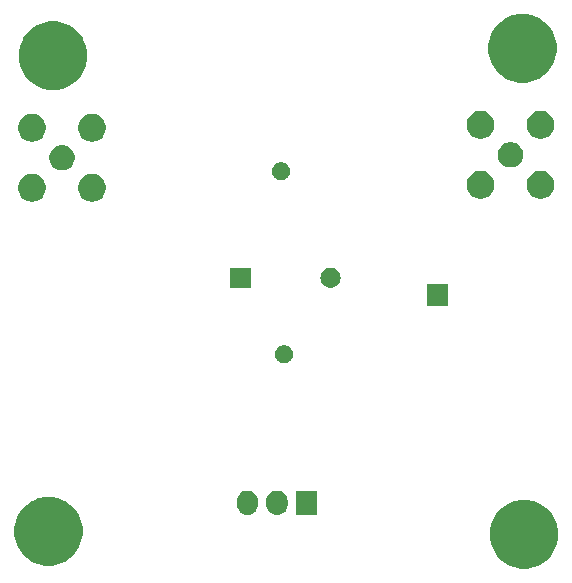
<source format=gbr>
G04 #@! TF.GenerationSoftware,KiCad,Pcbnew,(5.1.2)-2*
G04 #@! TF.CreationDate,2019-07-11T10:47:11+08:00*
G04 #@! TF.ProjectId,HMC346AMS8GE,484d4333-3436-4414-9d53-3847452e6b69,rev?*
G04 #@! TF.SameCoordinates,Original*
G04 #@! TF.FileFunction,Soldermask,Bot*
G04 #@! TF.FilePolarity,Negative*
%FSLAX46Y46*%
G04 Gerber Fmt 4.6, Leading zero omitted, Abs format (unit mm)*
G04 Created by KiCad (PCBNEW (5.1.2)-2) date 2019-07-11 10:47:11*
%MOMM*%
%LPD*%
G04 APERTURE LIST*
%ADD10C,0.100000*%
G04 APERTURE END LIST*
D10*
G36*
X164676189Y-116209483D02*
G01*
X164676192Y-116209484D01*
X164676191Y-116209484D01*
X165204139Y-116428167D01*
X165679280Y-116745646D01*
X166083354Y-117149720D01*
X166400833Y-117624861D01*
X166400834Y-117624863D01*
X166619517Y-118152811D01*
X166731000Y-118713275D01*
X166731000Y-119284725D01*
X166619517Y-119845189D01*
X166619516Y-119845191D01*
X166400833Y-120373139D01*
X166083354Y-120848280D01*
X165679280Y-121252354D01*
X165204139Y-121569833D01*
X165204138Y-121569834D01*
X165204137Y-121569834D01*
X164676189Y-121788517D01*
X164115725Y-121900000D01*
X163544275Y-121900000D01*
X162983811Y-121788517D01*
X162455863Y-121569834D01*
X162455862Y-121569834D01*
X162455861Y-121569833D01*
X161980720Y-121252354D01*
X161576646Y-120848280D01*
X161259167Y-120373139D01*
X161040484Y-119845191D01*
X161040483Y-119845189D01*
X160929000Y-119284725D01*
X160929000Y-118713275D01*
X161040483Y-118152811D01*
X161259166Y-117624863D01*
X161259167Y-117624861D01*
X161576646Y-117149720D01*
X161980720Y-116745646D01*
X162455861Y-116428167D01*
X162983809Y-116209484D01*
X162983808Y-116209484D01*
X162983811Y-116209483D01*
X163544275Y-116098000D01*
X164115725Y-116098000D01*
X164676189Y-116209483D01*
X164676189Y-116209483D01*
G37*
G36*
X124417189Y-115955483D02*
G01*
X124917557Y-116162742D01*
X124945139Y-116174167D01*
X125420280Y-116491646D01*
X125824354Y-116895720D01*
X126136152Y-117362359D01*
X126141834Y-117370863D01*
X126360517Y-117898811D01*
X126472000Y-118459275D01*
X126472000Y-119030725D01*
X126360517Y-119591189D01*
X126360516Y-119591191D01*
X126141833Y-120119139D01*
X125824354Y-120594280D01*
X125420280Y-120998354D01*
X124945139Y-121315833D01*
X124945138Y-121315834D01*
X124945137Y-121315834D01*
X124417189Y-121534517D01*
X123856725Y-121646000D01*
X123285275Y-121646000D01*
X122724811Y-121534517D01*
X122196863Y-121315834D01*
X122196862Y-121315834D01*
X122196861Y-121315833D01*
X121721720Y-120998354D01*
X121317646Y-120594280D01*
X121000167Y-120119139D01*
X120781484Y-119591191D01*
X120781483Y-119591189D01*
X120670000Y-119030725D01*
X120670000Y-118459275D01*
X120781483Y-117898811D01*
X121000166Y-117370863D01*
X121005848Y-117362359D01*
X121317646Y-116895720D01*
X121721720Y-116491646D01*
X122196861Y-116174167D01*
X122224443Y-116162742D01*
X122724811Y-115955483D01*
X123285275Y-115844000D01*
X123856725Y-115844000D01*
X124417189Y-115955483D01*
X124417189Y-115955483D01*
G37*
G36*
X140591627Y-115319037D02*
G01*
X140761466Y-115370557D01*
X140917991Y-115454222D01*
X140953729Y-115483552D01*
X141055186Y-115566814D01*
X141138448Y-115668271D01*
X141167778Y-115704009D01*
X141251443Y-115860534D01*
X141302963Y-116030374D01*
X141316000Y-116162743D01*
X141316000Y-116501258D01*
X141302963Y-116633627D01*
X141251443Y-116803466D01*
X141167778Y-116959991D01*
X141138448Y-116995729D01*
X141055186Y-117097186D01*
X140917989Y-117209779D01*
X140761467Y-117293442D01*
X140761465Y-117293443D01*
X140591626Y-117344963D01*
X140415000Y-117362359D01*
X140238373Y-117344963D01*
X140068534Y-117293443D01*
X139912009Y-117209778D01*
X139869750Y-117175097D01*
X139774814Y-117097186D01*
X139662221Y-116959989D01*
X139578558Y-116803467D01*
X139561018Y-116745646D01*
X139527037Y-116633626D01*
X139514000Y-116501257D01*
X139514000Y-116162742D01*
X139527037Y-116030373D01*
X139578557Y-115860534D01*
X139662222Y-115704009D01*
X139774815Y-115566815D01*
X139912010Y-115454222D01*
X140068535Y-115370557D01*
X140238374Y-115319037D01*
X140415000Y-115301641D01*
X140591627Y-115319037D01*
X140591627Y-115319037D01*
G37*
G36*
X143091627Y-115319037D02*
G01*
X143261466Y-115370557D01*
X143417991Y-115454222D01*
X143453729Y-115483552D01*
X143555186Y-115566814D01*
X143638448Y-115668271D01*
X143667778Y-115704009D01*
X143751443Y-115860534D01*
X143802963Y-116030374D01*
X143816000Y-116162743D01*
X143816000Y-116501258D01*
X143802963Y-116633627D01*
X143751443Y-116803466D01*
X143667778Y-116959991D01*
X143638448Y-116995729D01*
X143555186Y-117097186D01*
X143417989Y-117209779D01*
X143261467Y-117293442D01*
X143261465Y-117293443D01*
X143091626Y-117344963D01*
X142915000Y-117362359D01*
X142738373Y-117344963D01*
X142568534Y-117293443D01*
X142412009Y-117209778D01*
X142369750Y-117175097D01*
X142274814Y-117097186D01*
X142162221Y-116959989D01*
X142078558Y-116803467D01*
X142061018Y-116745646D01*
X142027037Y-116633626D01*
X142014000Y-116501257D01*
X142014000Y-116162742D01*
X142027037Y-116030373D01*
X142078557Y-115860534D01*
X142162222Y-115704009D01*
X142274815Y-115566815D01*
X142412010Y-115454222D01*
X142568535Y-115370557D01*
X142738374Y-115319037D01*
X142915000Y-115301641D01*
X143091627Y-115319037D01*
X143091627Y-115319037D01*
G37*
G36*
X146173600Y-115309989D02*
G01*
X146206652Y-115320015D01*
X146237103Y-115336292D01*
X146263799Y-115358201D01*
X146285708Y-115384897D01*
X146301985Y-115415348D01*
X146312011Y-115448400D01*
X146316000Y-115488903D01*
X146316000Y-117175097D01*
X146312011Y-117215600D01*
X146301985Y-117248652D01*
X146285708Y-117279103D01*
X146263799Y-117305799D01*
X146237103Y-117327708D01*
X146206652Y-117343985D01*
X146173600Y-117354011D01*
X146133097Y-117358000D01*
X144696903Y-117358000D01*
X144656400Y-117354011D01*
X144623348Y-117343985D01*
X144592897Y-117327708D01*
X144566201Y-117305799D01*
X144544292Y-117279103D01*
X144528015Y-117248652D01*
X144517989Y-117215600D01*
X144514000Y-117175097D01*
X144514000Y-115488903D01*
X144517989Y-115448400D01*
X144528015Y-115415348D01*
X144544292Y-115384897D01*
X144566201Y-115358201D01*
X144592897Y-115336292D01*
X144623348Y-115320015D01*
X144656400Y-115309989D01*
X144696903Y-115306000D01*
X146133097Y-115306000D01*
X146173600Y-115309989D01*
X146173600Y-115309989D01*
G37*
G36*
X143729059Y-103036860D02*
G01*
X143865732Y-103093472D01*
X143988735Y-103175660D01*
X144093340Y-103280265D01*
X144175528Y-103403268D01*
X144232140Y-103539941D01*
X144261000Y-103685033D01*
X144261000Y-103832967D01*
X144232140Y-103978059D01*
X144175528Y-104114732D01*
X144093340Y-104237735D01*
X143988735Y-104342340D01*
X143865732Y-104424528D01*
X143865731Y-104424529D01*
X143865730Y-104424529D01*
X143729059Y-104481140D01*
X143583968Y-104510000D01*
X143436032Y-104510000D01*
X143290941Y-104481140D01*
X143154270Y-104424529D01*
X143154269Y-104424529D01*
X143154268Y-104424528D01*
X143031265Y-104342340D01*
X142926660Y-104237735D01*
X142844472Y-104114732D01*
X142787860Y-103978059D01*
X142759000Y-103832967D01*
X142759000Y-103685033D01*
X142787860Y-103539941D01*
X142844472Y-103403268D01*
X142926660Y-103280265D01*
X143031265Y-103175660D01*
X143154268Y-103093472D01*
X143290941Y-103036860D01*
X143436032Y-103008000D01*
X143583968Y-103008000D01*
X143729059Y-103036860D01*
X143729059Y-103036860D01*
G37*
G36*
X157428500Y-99643500D02*
G01*
X155626500Y-99643500D01*
X155626500Y-97841500D01*
X157428500Y-97841500D01*
X157428500Y-99643500D01*
X157428500Y-99643500D01*
G37*
G36*
X147613823Y-96443313D02*
G01*
X147774242Y-96491976D01*
X147906906Y-96562886D01*
X147922078Y-96570996D01*
X148051659Y-96677341D01*
X148158004Y-96806922D01*
X148158005Y-96806924D01*
X148237024Y-96954758D01*
X148285687Y-97115177D01*
X148302117Y-97282000D01*
X148285687Y-97448823D01*
X148237024Y-97609242D01*
X148166114Y-97741906D01*
X148158004Y-97757078D01*
X148051659Y-97886659D01*
X147922078Y-97993004D01*
X147922076Y-97993005D01*
X147774242Y-98072024D01*
X147613823Y-98120687D01*
X147488804Y-98133000D01*
X147405196Y-98133000D01*
X147280177Y-98120687D01*
X147119758Y-98072024D01*
X146971924Y-97993005D01*
X146971922Y-97993004D01*
X146842341Y-97886659D01*
X146735996Y-97757078D01*
X146727886Y-97741906D01*
X146656976Y-97609242D01*
X146608313Y-97448823D01*
X146591883Y-97282000D01*
X146608313Y-97115177D01*
X146656976Y-96954758D01*
X146735995Y-96806924D01*
X146735996Y-96806922D01*
X146842341Y-96677341D01*
X146971922Y-96570996D01*
X146987094Y-96562886D01*
X147119758Y-96491976D01*
X147280177Y-96443313D01*
X147405196Y-96431000D01*
X147488804Y-96431000D01*
X147613823Y-96443313D01*
X147613823Y-96443313D01*
G37*
G36*
X140678000Y-98133000D02*
G01*
X138976000Y-98133000D01*
X138976000Y-96431000D01*
X140678000Y-96431000D01*
X140678000Y-98133000D01*
X140678000Y-98133000D01*
G37*
G36*
X122332755Y-88494539D02*
G01*
X122517027Y-88531193D01*
X122731045Y-88619842D01*
X122788667Y-88658344D01*
X122923654Y-88748539D01*
X123087461Y-88912346D01*
X123156720Y-89016000D01*
X123216158Y-89104955D01*
X123304807Y-89318973D01*
X123350000Y-89546174D01*
X123350000Y-89777826D01*
X123304807Y-90005027D01*
X123216158Y-90219045D01*
X123216157Y-90219046D01*
X123087461Y-90411654D01*
X122923654Y-90575461D01*
X122910874Y-90584000D01*
X122731045Y-90704158D01*
X122517027Y-90792807D01*
X122365560Y-90822936D01*
X122289827Y-90838000D01*
X122058173Y-90838000D01*
X121982440Y-90822936D01*
X121830973Y-90792807D01*
X121616955Y-90704158D01*
X121437126Y-90584000D01*
X121424346Y-90575461D01*
X121260539Y-90411654D01*
X121131843Y-90219046D01*
X121131842Y-90219045D01*
X121043193Y-90005027D01*
X120998000Y-89777826D01*
X120998000Y-89546174D01*
X121043193Y-89318973D01*
X121131842Y-89104955D01*
X121191280Y-89016000D01*
X121260539Y-88912346D01*
X121424346Y-88748539D01*
X121559333Y-88658344D01*
X121616955Y-88619842D01*
X121830973Y-88531193D01*
X122015245Y-88494539D01*
X122058173Y-88486000D01*
X122289827Y-88486000D01*
X122332755Y-88494539D01*
X122332755Y-88494539D01*
G37*
G36*
X127412755Y-88494539D02*
G01*
X127597027Y-88531193D01*
X127811045Y-88619842D01*
X127868667Y-88658344D01*
X128003654Y-88748539D01*
X128167461Y-88912346D01*
X128236720Y-89016000D01*
X128296158Y-89104955D01*
X128384807Y-89318973D01*
X128430000Y-89546174D01*
X128430000Y-89777826D01*
X128384807Y-90005027D01*
X128296158Y-90219045D01*
X128296157Y-90219046D01*
X128167461Y-90411654D01*
X128003654Y-90575461D01*
X127990874Y-90584000D01*
X127811045Y-90704158D01*
X127597027Y-90792807D01*
X127445560Y-90822936D01*
X127369827Y-90838000D01*
X127138173Y-90838000D01*
X127062440Y-90822936D01*
X126910973Y-90792807D01*
X126696955Y-90704158D01*
X126517126Y-90584000D01*
X126504346Y-90575461D01*
X126340539Y-90411654D01*
X126211843Y-90219046D01*
X126211842Y-90219045D01*
X126123193Y-90005027D01*
X126078000Y-89777826D01*
X126078000Y-89546174D01*
X126123193Y-89318973D01*
X126211842Y-89104955D01*
X126271280Y-89016000D01*
X126340539Y-88912346D01*
X126504346Y-88748539D01*
X126639333Y-88658344D01*
X126696955Y-88619842D01*
X126910973Y-88531193D01*
X127095245Y-88494539D01*
X127138173Y-88486000D01*
X127369827Y-88486000D01*
X127412755Y-88494539D01*
X127412755Y-88494539D01*
G37*
G36*
X165418560Y-88247064D02*
G01*
X165570027Y-88277193D01*
X165784045Y-88365842D01*
X165784046Y-88365843D01*
X165976654Y-88494539D01*
X166140461Y-88658346D01*
X166197516Y-88743735D01*
X166269158Y-88850955D01*
X166357807Y-89064973D01*
X166403000Y-89292174D01*
X166403000Y-89523826D01*
X166357807Y-89751027D01*
X166269158Y-89965045D01*
X166269157Y-89965046D01*
X166140461Y-90157654D01*
X165976654Y-90321461D01*
X165848249Y-90407258D01*
X165784045Y-90450158D01*
X165570027Y-90538807D01*
X165418560Y-90568936D01*
X165342827Y-90584000D01*
X165111173Y-90584000D01*
X165035440Y-90568936D01*
X164883973Y-90538807D01*
X164669955Y-90450158D01*
X164605751Y-90407258D01*
X164477346Y-90321461D01*
X164313539Y-90157654D01*
X164184843Y-89965046D01*
X164184842Y-89965045D01*
X164096193Y-89751027D01*
X164051000Y-89523826D01*
X164051000Y-89292174D01*
X164096193Y-89064973D01*
X164184842Y-88850955D01*
X164256484Y-88743735D01*
X164313539Y-88658346D01*
X164477346Y-88494539D01*
X164669954Y-88365843D01*
X164669955Y-88365842D01*
X164883973Y-88277193D01*
X165035440Y-88247064D01*
X165111173Y-88232000D01*
X165342827Y-88232000D01*
X165418560Y-88247064D01*
X165418560Y-88247064D01*
G37*
G36*
X160338560Y-88247064D02*
G01*
X160490027Y-88277193D01*
X160704045Y-88365842D01*
X160704046Y-88365843D01*
X160896654Y-88494539D01*
X161060461Y-88658346D01*
X161117516Y-88743735D01*
X161189158Y-88850955D01*
X161277807Y-89064973D01*
X161323000Y-89292174D01*
X161323000Y-89523826D01*
X161277807Y-89751027D01*
X161189158Y-89965045D01*
X161189157Y-89965046D01*
X161060461Y-90157654D01*
X160896654Y-90321461D01*
X160768249Y-90407258D01*
X160704045Y-90450158D01*
X160490027Y-90538807D01*
X160338560Y-90568936D01*
X160262827Y-90584000D01*
X160031173Y-90584000D01*
X159955440Y-90568936D01*
X159803973Y-90538807D01*
X159589955Y-90450158D01*
X159525751Y-90407258D01*
X159397346Y-90321461D01*
X159233539Y-90157654D01*
X159104843Y-89965046D01*
X159104842Y-89965045D01*
X159016193Y-89751027D01*
X158971000Y-89523826D01*
X158971000Y-89292174D01*
X159016193Y-89064973D01*
X159104842Y-88850955D01*
X159176484Y-88743735D01*
X159233539Y-88658346D01*
X159397346Y-88494539D01*
X159589954Y-88365843D01*
X159589955Y-88365842D01*
X159803973Y-88277193D01*
X159955440Y-88247064D01*
X160031173Y-88232000D01*
X160262827Y-88232000D01*
X160338560Y-88247064D01*
X160338560Y-88247064D01*
G37*
G36*
X143475059Y-87542860D02*
G01*
X143611732Y-87599472D01*
X143734735Y-87681660D01*
X143839340Y-87786265D01*
X143862909Y-87821539D01*
X143921529Y-87909270D01*
X143978140Y-88045941D01*
X144007000Y-88191032D01*
X144007000Y-88338968D01*
X144001654Y-88365843D01*
X143978140Y-88484059D01*
X143921528Y-88620732D01*
X143839340Y-88743735D01*
X143734735Y-88848340D01*
X143611732Y-88930528D01*
X143611731Y-88930529D01*
X143611730Y-88930529D01*
X143475059Y-88987140D01*
X143329968Y-89016000D01*
X143182032Y-89016000D01*
X143036941Y-88987140D01*
X142900270Y-88930529D01*
X142900269Y-88930529D01*
X142900268Y-88930528D01*
X142777265Y-88848340D01*
X142672660Y-88743735D01*
X142590472Y-88620732D01*
X142533860Y-88484059D01*
X142510346Y-88365843D01*
X142505000Y-88338968D01*
X142505000Y-88191032D01*
X142533860Y-88045941D01*
X142590471Y-87909270D01*
X142649091Y-87821539D01*
X142672660Y-87786265D01*
X142777265Y-87681660D01*
X142900268Y-87599472D01*
X143036941Y-87542860D01*
X143182032Y-87514000D01*
X143329968Y-87514000D01*
X143475059Y-87542860D01*
X143475059Y-87542860D01*
G37*
G36*
X124889271Y-86059783D02*
G01*
X125027858Y-86087350D01*
X125223677Y-86168461D01*
X125399910Y-86286216D01*
X125549784Y-86436090D01*
X125667539Y-86612323D01*
X125748650Y-86808142D01*
X125790000Y-87016023D01*
X125790000Y-87227977D01*
X125748650Y-87435858D01*
X125667539Y-87631677D01*
X125549784Y-87807910D01*
X125399910Y-87957784D01*
X125223677Y-88075539D01*
X125027858Y-88156650D01*
X124889271Y-88184217D01*
X124819978Y-88198000D01*
X124608022Y-88198000D01*
X124538729Y-88184217D01*
X124400142Y-88156650D01*
X124204323Y-88075539D01*
X124028090Y-87957784D01*
X123878216Y-87807910D01*
X123760461Y-87631677D01*
X123679350Y-87435858D01*
X123638000Y-87227977D01*
X123638000Y-87016023D01*
X123679350Y-86808142D01*
X123760461Y-86612323D01*
X123878216Y-86436090D01*
X124028090Y-86286216D01*
X124204323Y-86168461D01*
X124400142Y-86087350D01*
X124538729Y-86059783D01*
X124608022Y-86046000D01*
X124819978Y-86046000D01*
X124889271Y-86059783D01*
X124889271Y-86059783D01*
G37*
G36*
X162862271Y-85805783D02*
G01*
X163000858Y-85833350D01*
X163196677Y-85914461D01*
X163372910Y-86032216D01*
X163522784Y-86182090D01*
X163640539Y-86358323D01*
X163721650Y-86554142D01*
X163763000Y-86762023D01*
X163763000Y-86973977D01*
X163721650Y-87181858D01*
X163640539Y-87377677D01*
X163522784Y-87553910D01*
X163372910Y-87703784D01*
X163196677Y-87821539D01*
X163000858Y-87902650D01*
X162862271Y-87930217D01*
X162792978Y-87944000D01*
X162581022Y-87944000D01*
X162511729Y-87930217D01*
X162373142Y-87902650D01*
X162177323Y-87821539D01*
X162001090Y-87703784D01*
X161851216Y-87553910D01*
X161733461Y-87377677D01*
X161652350Y-87181858D01*
X161611000Y-86973977D01*
X161611000Y-86762023D01*
X161652350Y-86554142D01*
X161733461Y-86358323D01*
X161851216Y-86182090D01*
X162001090Y-86032216D01*
X162177323Y-85914461D01*
X162373142Y-85833350D01*
X162511729Y-85805783D01*
X162581022Y-85792000D01*
X162792978Y-85792000D01*
X162862271Y-85805783D01*
X162862271Y-85805783D01*
G37*
G36*
X122332755Y-83414539D02*
G01*
X122517027Y-83451193D01*
X122731045Y-83539842D01*
X122731046Y-83539843D01*
X122923654Y-83668539D01*
X123087461Y-83832346D01*
X123173258Y-83960751D01*
X123216158Y-84024955D01*
X123304807Y-84238973D01*
X123350000Y-84466174D01*
X123350000Y-84697826D01*
X123304807Y-84925027D01*
X123216158Y-85139045D01*
X123216157Y-85139046D01*
X123087461Y-85331654D01*
X122923654Y-85495461D01*
X122910874Y-85504000D01*
X122731045Y-85624158D01*
X122517027Y-85712807D01*
X122365560Y-85742936D01*
X122289827Y-85758000D01*
X122058173Y-85758000D01*
X121982440Y-85742936D01*
X121830973Y-85712807D01*
X121616955Y-85624158D01*
X121437126Y-85504000D01*
X121424346Y-85495461D01*
X121260539Y-85331654D01*
X121131843Y-85139046D01*
X121131842Y-85139045D01*
X121043193Y-84925027D01*
X120998000Y-84697826D01*
X120998000Y-84466174D01*
X121043193Y-84238973D01*
X121131842Y-84024955D01*
X121174742Y-83960751D01*
X121260539Y-83832346D01*
X121424346Y-83668539D01*
X121616954Y-83539843D01*
X121616955Y-83539842D01*
X121830973Y-83451193D01*
X122015245Y-83414539D01*
X122058173Y-83406000D01*
X122289827Y-83406000D01*
X122332755Y-83414539D01*
X122332755Y-83414539D01*
G37*
G36*
X127412755Y-83414539D02*
G01*
X127597027Y-83451193D01*
X127811045Y-83539842D01*
X127811046Y-83539843D01*
X128003654Y-83668539D01*
X128167461Y-83832346D01*
X128253258Y-83960751D01*
X128296158Y-84024955D01*
X128384807Y-84238973D01*
X128430000Y-84466174D01*
X128430000Y-84697826D01*
X128384807Y-84925027D01*
X128296158Y-85139045D01*
X128296157Y-85139046D01*
X128167461Y-85331654D01*
X128003654Y-85495461D01*
X127990874Y-85504000D01*
X127811045Y-85624158D01*
X127597027Y-85712807D01*
X127445560Y-85742936D01*
X127369827Y-85758000D01*
X127138173Y-85758000D01*
X127062440Y-85742936D01*
X126910973Y-85712807D01*
X126696955Y-85624158D01*
X126517126Y-85504000D01*
X126504346Y-85495461D01*
X126340539Y-85331654D01*
X126211843Y-85139046D01*
X126211842Y-85139045D01*
X126123193Y-84925027D01*
X126078000Y-84697826D01*
X126078000Y-84466174D01*
X126123193Y-84238973D01*
X126211842Y-84024955D01*
X126254742Y-83960751D01*
X126340539Y-83832346D01*
X126504346Y-83668539D01*
X126696954Y-83539843D01*
X126696955Y-83539842D01*
X126910973Y-83451193D01*
X127095245Y-83414539D01*
X127138173Y-83406000D01*
X127369827Y-83406000D01*
X127412755Y-83414539D01*
X127412755Y-83414539D01*
G37*
G36*
X165418560Y-83167064D02*
G01*
X165570027Y-83197193D01*
X165784045Y-83285842D01*
X165784046Y-83285843D01*
X165976654Y-83414539D01*
X166140461Y-83578346D01*
X166200726Y-83668539D01*
X166269158Y-83770955D01*
X166357807Y-83984973D01*
X166403000Y-84212174D01*
X166403000Y-84443826D01*
X166357807Y-84671027D01*
X166269158Y-84885045D01*
X166269157Y-84885046D01*
X166140461Y-85077654D01*
X165976654Y-85241461D01*
X165848249Y-85327258D01*
X165784045Y-85370158D01*
X165570027Y-85458807D01*
X165418560Y-85488936D01*
X165342827Y-85504000D01*
X165111173Y-85504000D01*
X165035440Y-85488936D01*
X164883973Y-85458807D01*
X164669955Y-85370158D01*
X164605751Y-85327258D01*
X164477346Y-85241461D01*
X164313539Y-85077654D01*
X164184843Y-84885046D01*
X164184842Y-84885045D01*
X164096193Y-84671027D01*
X164051000Y-84443826D01*
X164051000Y-84212174D01*
X164096193Y-83984973D01*
X164184842Y-83770955D01*
X164253274Y-83668539D01*
X164313539Y-83578346D01*
X164477346Y-83414539D01*
X164669954Y-83285843D01*
X164669955Y-83285842D01*
X164883973Y-83197193D01*
X165035440Y-83167064D01*
X165111173Y-83152000D01*
X165342827Y-83152000D01*
X165418560Y-83167064D01*
X165418560Y-83167064D01*
G37*
G36*
X160338560Y-83167064D02*
G01*
X160490027Y-83197193D01*
X160704045Y-83285842D01*
X160704046Y-83285843D01*
X160896654Y-83414539D01*
X161060461Y-83578346D01*
X161120726Y-83668539D01*
X161189158Y-83770955D01*
X161277807Y-83984973D01*
X161323000Y-84212174D01*
X161323000Y-84443826D01*
X161277807Y-84671027D01*
X161189158Y-84885045D01*
X161189157Y-84885046D01*
X161060461Y-85077654D01*
X160896654Y-85241461D01*
X160768249Y-85327258D01*
X160704045Y-85370158D01*
X160490027Y-85458807D01*
X160338560Y-85488936D01*
X160262827Y-85504000D01*
X160031173Y-85504000D01*
X159955440Y-85488936D01*
X159803973Y-85458807D01*
X159589955Y-85370158D01*
X159525751Y-85327258D01*
X159397346Y-85241461D01*
X159233539Y-85077654D01*
X159104843Y-84885046D01*
X159104842Y-84885045D01*
X159016193Y-84671027D01*
X158971000Y-84443826D01*
X158971000Y-84212174D01*
X159016193Y-83984973D01*
X159104842Y-83770955D01*
X159173274Y-83668539D01*
X159233539Y-83578346D01*
X159397346Y-83414539D01*
X159589954Y-83285843D01*
X159589955Y-83285842D01*
X159803973Y-83197193D01*
X159955440Y-83167064D01*
X160031173Y-83152000D01*
X160262827Y-83152000D01*
X160338560Y-83167064D01*
X160338560Y-83167064D01*
G37*
G36*
X124798189Y-75696483D02*
G01*
X124798192Y-75696484D01*
X124798191Y-75696484D01*
X125326139Y-75915167D01*
X125801280Y-76232646D01*
X126205354Y-76636720D01*
X126451303Y-77004809D01*
X126522834Y-77111863D01*
X126741517Y-77639811D01*
X126853000Y-78200275D01*
X126853000Y-78771725D01*
X126741517Y-79332189D01*
X126741516Y-79332191D01*
X126522833Y-79860139D01*
X126205354Y-80335280D01*
X125801280Y-80739354D01*
X125326139Y-81056833D01*
X125326138Y-81056834D01*
X125326137Y-81056834D01*
X124798189Y-81275517D01*
X124237725Y-81387000D01*
X123666275Y-81387000D01*
X123105811Y-81275517D01*
X122577863Y-81056834D01*
X122577862Y-81056834D01*
X122577861Y-81056833D01*
X122102720Y-80739354D01*
X121698646Y-80335280D01*
X121381167Y-79860139D01*
X121162484Y-79332191D01*
X121162483Y-79332189D01*
X121051000Y-78771725D01*
X121051000Y-78200275D01*
X121162483Y-77639811D01*
X121381166Y-77111863D01*
X121452697Y-77004809D01*
X121698646Y-76636720D01*
X122102720Y-76232646D01*
X122577861Y-75915167D01*
X123105809Y-75696484D01*
X123105808Y-75696484D01*
X123105811Y-75696483D01*
X123666275Y-75585000D01*
X124237725Y-75585000D01*
X124798189Y-75696483D01*
X124798189Y-75696483D01*
G37*
G36*
X164549189Y-75061483D02*
G01*
X164549192Y-75061484D01*
X164549191Y-75061484D01*
X165077139Y-75280167D01*
X165552280Y-75597646D01*
X165956354Y-76001720D01*
X166273833Y-76476861D01*
X166273834Y-76476863D01*
X166492517Y-77004811D01*
X166604000Y-77565275D01*
X166604000Y-78136725D01*
X166492517Y-78697189D01*
X166461643Y-78771725D01*
X166273833Y-79225139D01*
X165956354Y-79700280D01*
X165552280Y-80104354D01*
X165077139Y-80421833D01*
X165077138Y-80421834D01*
X165077137Y-80421834D01*
X164549189Y-80640517D01*
X163988725Y-80752000D01*
X163417275Y-80752000D01*
X162856811Y-80640517D01*
X162328863Y-80421834D01*
X162328862Y-80421834D01*
X162328861Y-80421833D01*
X161853720Y-80104354D01*
X161449646Y-79700280D01*
X161132167Y-79225139D01*
X160944357Y-78771725D01*
X160913483Y-78697189D01*
X160802000Y-78136725D01*
X160802000Y-77565275D01*
X160913483Y-77004811D01*
X161132166Y-76476863D01*
X161132167Y-76476861D01*
X161449646Y-76001720D01*
X161853720Y-75597646D01*
X162328861Y-75280167D01*
X162856809Y-75061484D01*
X162856808Y-75061484D01*
X162856811Y-75061483D01*
X163417275Y-74950000D01*
X163988725Y-74950000D01*
X164549189Y-75061483D01*
X164549189Y-75061483D01*
G37*
M02*

</source>
